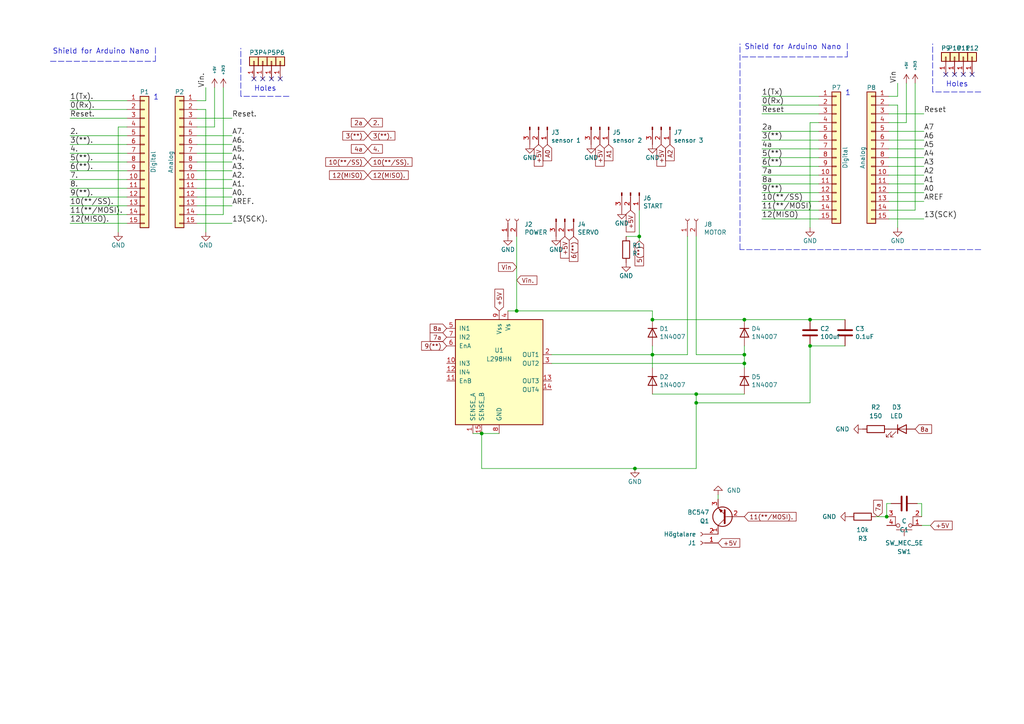
<source format=kicad_sch>
(kicad_sch (version 20211123) (generator eeschema)
  (paper "A4")
  (lib_symbols
    (symbol "Connector:Conn_01x02_Female" (pin_names (offset 1.016) hide)
      (property "Reference" "J" (at 0 2.54 0))
      (property "Value" "Conn_01x02_Female" (at 0 -5.08 0))
      (symbol "Conn_01x02_Female_1_1"
        (arc (start 0 -2.032) (mid -0.508 -2.54) (end 0 -3.048) (stroke (width 0.1524)))
        (polyline (pts (xy -1.27 -2.54) (xy -0.508 -2.54)) (stroke (width 0.1524)))
        (polyline (pts (xy -1.27 0) (xy -0.508 0)) (stroke (width 0.1524)))
        (arc (start 0 0.508) (mid -0.508 0) (end 0 -0.508) (stroke (width 0.1524)))
        (pin passive line (at -5.08 0 0) (length 3.81) (name "Pin_1") (number "1"))
        (pin passive line (at -5.08 -2.54 0) (length 3.81) (name "Pin_2") (number "2"))
      )
    )
    (symbol "Connector:Conn_01x03_Male" (pin_names (offset 1.016) hide)
      (property "Reference" "J" (at 0 5.08 0))
      (property "Value" "Conn_01x03_Male" (at 0 -5.08 0))
      (symbol "Conn_01x03_Male_1_1"
        (polyline (pts (xy 1.27 -2.54) (xy 0.8636 -2.54)) (stroke (width 0.1524)))
        (polyline (pts (xy 1.27 0) (xy 0.8636 0)) (stroke (width 0.1524)))
        (polyline (pts (xy 1.27 2.54) (xy 0.8636 2.54)) (stroke (width 0.1524)))
        (rectangle (start 0.8636 -2.413) (end 0 -2.667) (stroke (width 0.1524)) (fill (type outline)))
        (rectangle (start 0.8636 0.127) (end 0 -0.127) (stroke (width 0.1524)) (fill (type outline)))
        (rectangle (start 0.8636 2.667) (end 0 2.413) (stroke (width 0.1524)) (fill (type outline)))
        (pin passive line (at 5.08 2.54 180) (length 3.81) (name "Pin_1") (number "1"))
        (pin passive line (at 5.08 0 180) (length 3.81) (name "Pin_2") (number "2"))
        (pin passive line (at 5.08 -2.54 180) (length 3.81) (name "Pin_3") (number "3"))
      )
    )
    (symbol "Connector_Generic:Conn_01x01" (pin_names (offset 1.016) hide)
      (property "Reference" "J" (at 0 2.54 0))
      (property "Value" "Conn_01x01" (at 0 -2.54 0))
      (symbol "Conn_01x01_1_1"
        (rectangle (start -1.27 0.127) (end 0 -0.127) (stroke (width 0.1524)))
        (rectangle (start -1.27 1.27) (end 1.27 -1.27) (stroke (width 0.254)) (fill (type background)))
        (pin passive line (at -5.08 0 0) (length 3.81) (name "Pin_1") (number "1"))
      )
    )
    (symbol "Connector_Generic:Conn_01x15" (pin_names (offset 1.016) hide)
      (property "Reference" "J" (at 0 20.32 0))
      (property "Value" "Conn_01x15" (at 0 -20.32 0))
      (symbol "Conn_01x15_1_1"
        (rectangle (start -1.27 -17.653) (end 0 -17.907) (stroke (width 0.1524)))
        (rectangle (start -1.27 -15.113) (end 0 -15.367) (stroke (width 0.1524)))
        (rectangle (start -1.27 -12.573) (end 0 -12.827) (stroke (width 0.1524)))
        (rectangle (start -1.27 -10.033) (end 0 -10.287) (stroke (width 0.1524)))
        (rectangle (start -1.27 -7.493) (end 0 -7.747) (stroke (width 0.1524)))
        (rectangle (start -1.27 -4.953) (end 0 -5.207) (stroke (width 0.1524)))
        (rectangle (start -1.27 -2.413) (end 0 -2.667) (stroke (width 0.1524)))
        (rectangle (start -1.27 0.127) (end 0 -0.127) (stroke (width 0.1524)))
        (rectangle (start -1.27 2.667) (end 0 2.413) (stroke (width 0.1524)))
        (rectangle (start -1.27 5.207) (end 0 4.953) (stroke (width 0.1524)))
        (rectangle (start -1.27 7.747) (end 0 7.493) (stroke (width 0.1524)))
        (rectangle (start -1.27 10.287) (end 0 10.033) (stroke (width 0.1524)))
        (rectangle (start -1.27 12.827) (end 0 12.573) (stroke (width 0.1524)))
        (rectangle (start -1.27 15.367) (end 0 15.113) (stroke (width 0.1524)))
        (rectangle (start -1.27 17.907) (end 0 17.653) (stroke (width 0.1524)))
        (rectangle (start -1.27 19.05) (end 1.27 -19.05) (stroke (width 0.254)) (fill (type background)))
        (pin passive line (at -5.08 17.78 0) (length 3.81) (name "Pin_1") (number "1"))
        (pin passive line (at -5.08 -5.08 0) (length 3.81) (name "Pin_10") (number "10"))
        (pin passive line (at -5.08 -7.62 0) (length 3.81) (name "Pin_11") (number "11"))
        (pin passive line (at -5.08 -10.16 0) (length 3.81) (name "Pin_12") (number "12"))
        (pin passive line (at -5.08 -12.7 0) (length 3.81) (name "Pin_13") (number "13"))
        (pin passive line (at -5.08 -15.24 0) (length 3.81) (name "Pin_14") (number "14"))
        (pin passive line (at -5.08 -17.78 0) (length 3.81) (name "Pin_15") (number "15"))
        (pin passive line (at -5.08 15.24 0) (length 3.81) (name "Pin_2") (number "2"))
        (pin passive line (at -5.08 12.7 0) (length 3.81) (name "Pin_3") (number "3"))
        (pin passive line (at -5.08 10.16 0) (length 3.81) (name "Pin_4") (number "4"))
        (pin passive line (at -5.08 7.62 0) (length 3.81) (name "Pin_5") (number "5"))
        (pin passive line (at -5.08 5.08 0) (length 3.81) (name "Pin_6") (number "6"))
        (pin passive line (at -5.08 2.54 0) (length 3.81) (name "Pin_7") (number "7"))
        (pin passive line (at -5.08 0 0) (length 3.81) (name "Pin_8") (number "8"))
        (pin passive line (at -5.08 -2.54 0) (length 3.81) (name "Pin_9") (number "9"))
      )
    )
    (symbol "Device:C" (pin_numbers hide) (pin_names (offset 0.254))
      (property "Reference" "C" (at 0.635 2.54 0))
      (property "Value" "C" (at 0.635 -2.54 0))
      (symbol "C_0_1"
        (polyline (pts (xy -2.032 -0.762) (xy 2.032 -0.762)) (stroke (width 0.508)))
        (polyline (pts (xy -2.032 0.762) (xy 2.032 0.762)) (stroke (width 0.508)))
      )
      (symbol "C_1_1"
        (pin passive line (at 0 3.81 270) (length 2.794) (name "~") (number "1"))
        (pin passive line (at 0 -3.81 90) (length 2.794) (name "~") (number "2"))
      )
    )
    (symbol "Device:LED" (pin_numbers hide) (pin_names (offset 1.016) hide)
      (property "Reference" "D" (at 0 2.54 0))
      (property "Value" "LED" (at 0 -2.54 0))
      (symbol "LED_0_1"
        (polyline (pts (xy -1.27 -1.27) (xy -1.27 1.27)) (stroke (width 0.254)))
        (polyline (pts (xy -1.27 0) (xy 1.27 0)))
        (polyline (pts (xy 1.27 -1.27) (xy 1.27 1.27) (xy -1.27 0) (xy 1.27 -1.27)) (stroke (width 0.254)))
        (polyline (pts (xy -3.048 -0.762) (xy -4.572 -2.286) (xy -3.81 -2.286) (xy -4.572 -2.286) (xy -4.572 -1.524)))
        (polyline (pts (xy -1.778 -0.762) (xy -3.302 -2.286) (xy -2.54 -2.286) (xy -3.302 -2.286) (xy -3.302 -1.524)))
      )
      (symbol "LED_1_1"
        (pin passive line (at -3.81 0 0) (length 2.54) (name "K") (number "1"))
        (pin passive line (at 3.81 0 180) (length 2.54) (name "A") (number "2"))
      )
    )
    (symbol "Device:R" (pin_numbers hide) (pin_names (offset 0))
      (property "Reference" "R" (at 2.032 0 90))
      (property "Value" "R" (at 0 0 90))
      (symbol "R_0_1"
        (rectangle (start -1.016 -2.54) (end 1.016 2.54) (stroke (width 0.254)))
      )
      (symbol "R_1_1"
        (pin passive line (at 0 3.81 270) (length 1.27) (name "~") (number "1"))
        (pin passive line (at 0 -3.81 90) (length 1.27) (name "~") (number "2"))
      )
    )
    (symbol "Diode:1N4007" (pin_numbers hide) (pin_names (offset 1.016) hide)
      (property "Reference" "D" (at 0 2.54 0))
      (property "Value" "1N4007" (at 0 -2.54 0))
      (symbol "1N4007_0_1"
        (polyline (pts (xy -1.27 1.27) (xy -1.27 -1.27)) (stroke (width 0.254)))
        (polyline (pts (xy 1.27 0) (xy -1.27 0)))
        (polyline (pts (xy 1.27 1.27) (xy 1.27 -1.27) (xy -1.27 0) (xy 1.27 1.27)) (stroke (width 0.254)))
      )
      (symbol "1N4007_1_1"
        (pin passive line (at -3.81 0 0) (length 2.54) (name "K") (number "1"))
        (pin passive line (at 3.81 0 180) (length 2.54) (name "A") (number "2"))
      )
    )
    (symbol "Driver_Motor:L298HN" (pin_names (offset 1.016))
      (property "Reference" "U" (at -10.16 16.51 0))
      (property "Value" "L298HN" (at 12.7 16.51 0))
      (symbol "L298HN_0_1"
        (rectangle (start -12.7 15.24) (end 12.7 -15.24) (stroke (width 0.254)) (fill (type background)))
      )
      (symbol "L298HN_1_1"
        (pin power_in line (at -7.62 -17.78 90) (length 2.54) (name "SENSE_A") (number "1"))
        (pin input line (at -15.24 2.54 0) (length 2.54) (name "IN3") (number "10"))
        (pin input line (at -15.24 -2.54 0) (length 2.54) (name "EnB") (number "11"))
        (pin input line (at -15.24 0 0) (length 2.54) (name "IN4") (number "12"))
        (pin output line (at 15.24 -2.54 180) (length 2.54) (name "OUT3") (number "13"))
        (pin output line (at 15.24 -5.08 180) (length 2.54) (name "OUT4") (number "14"))
        (pin power_in line (at -5.08 -17.78 90) (length 2.54) (name "SENSE_B") (number "15"))
        (pin output line (at 15.24 5.08 180) (length 2.54) (name "OUT1") (number "2"))
        (pin output line (at 15.24 2.54 180) (length 2.54) (name "OUT2") (number "3"))
        (pin power_in line (at 2.54 17.78 270) (length 2.54) (name "Vs") (number "4"))
        (pin input line (at -15.24 12.7 0) (length 2.54) (name "IN1") (number "5"))
        (pin input line (at -15.24 7.62 0) (length 2.54) (name "EnA") (number "6"))
        (pin input line (at -15.24 10.16 0) (length 2.54) (name "IN2") (number "7"))
        (pin power_in line (at 0 -17.78 90) (length 2.54) (name "GND") (number "8"))
        (pin power_in line (at 0 17.78 270) (length 2.54) (name "Vss") (number "9"))
      )
    )
    (symbol "Switch:SW_MEC_5E" (pin_names (offset 1.016) hide)
      (property "Reference" "SW" (at 0.635 5.715 0))
      (property "Value" "SW_MEC_5E" (at 0 -3.175 0))
      (symbol "SW_MEC_5E_0_1"
        (circle (center -1.778 2.54) (radius 0.508))
        (polyline (pts (xy -2.286 3.81) (xy 2.286 3.81)))
        (polyline (pts (xy 0 3.81) (xy 0 5.588)))
        (polyline (pts (xy -2.54 0) (xy -2.54 2.54) (xy -2.286 2.54)))
        (polyline (pts (xy 2.54 0) (xy 2.54 2.54) (xy 2.286 2.54)))
        (circle (center 1.778 2.54) (radius 0.508))
        (pin passive line (at -5.08 2.54 0) (length 2.54) (name "1") (number "1"))
        (pin passive line (at -5.08 0 0) (length 2.54) (name "2") (number "2"))
        (pin passive line (at 5.08 0 180) (length 2.54) (name "K") (number "3"))
        (pin passive line (at 5.08 2.54 180) (length 2.54) (name "A") (number "4"))
      )
    )
    (symbol "Transistor_BJT:BC547" (pin_names (offset 0) hide)
      (property "Reference" "Q" (at 5.08 1.905 0))
      (property "Value" "BC547" (at 5.08 0 0))
      (symbol "BC547_0_1"
        (polyline (pts (xy 0 0) (xy 0.635 0)))
        (polyline (pts (xy 0.635 0.635) (xy 2.54 2.54)))
        (polyline (pts (xy 0.635 -0.635) (xy 2.54 -2.54) (xy 2.54 -2.54)))
        (polyline (pts (xy 0.635 1.905) (xy 0.635 -1.905) (xy 0.635 -1.905)) (stroke (width 0.508)))
        (polyline (pts (xy 1.27 -1.778) (xy 1.778 -1.27) (xy 2.286 -2.286) (xy 1.27 -1.778) (xy 1.27 -1.778)) (fill (type outline)))
        (circle (center 1.27 0) (radius 2.8194) (stroke (width 0.254)))
      )
      (symbol "BC547_1_1"
        (pin passive line (at 2.54 5.08 270) (length 2.54) (name "C") (number "1"))
        (pin input line (at -5.08 0 0) (length 5.08) (name "B") (number "2"))
        (pin passive line (at 2.54 -5.08 90) (length 2.54) (name "E") (number "3"))
      )
    )
    (symbol "power:+3V3" (power) (pin_names (offset 0))
      (property "Value" "+3V3" (at 0 3.556 0))
      (symbol "+3V3_0_1"
        (polyline (pts (xy -0.762 1.27) (xy 0 2.54)))
        (polyline (pts (xy 0 0) (xy 0 2.54)))
        (polyline (pts (xy 0 2.54) (xy 0.762 1.27)))
      )
      (symbol "+3V3_1_1"
        (pin power_in line (at 0 0 90) (length 0) hide (name "+3V3") (number "1"))
      )
    )
    (symbol "power:+5V" (power) (pin_names (offset 0))
      (property "Value" "+5V" (at 0 3.556 0))
      (symbol "+5V_0_1"
        (polyline (pts (xy -0.762 1.27) (xy 0 2.54)))
        (polyline (pts (xy 0 0) (xy 0 2.54)))
        (polyline (pts (xy 0 2.54) (xy 0.762 1.27)))
      )
      (symbol "+5V_1_1"
        (pin power_in line (at 0 0 90) (length 0) hide (name "+5V") (number "1"))
      )
    )
    (symbol "power:GND" (power) (pin_names (offset 0))
      (property "Value" "GND" (at 0 -3.81 0))
      (symbol "GND_0_1"
        (polyline (pts (xy 0 0) (xy 0 -1.27) (xy 1.27 -1.27) (xy 0 -2.54) (xy -1.27 -1.27) (xy 0 -1.27)))
      )
      (symbol "GND_1_1"
        (pin power_in line (at 0 0 270) (length 0) hide (name "GND") (number "1"))
      )
    )
  )
  (junction (at 215.9 102.87))
  (junction (at 215.9 92.71))
  (junction (at 149.86 90.17))
  (junction (at 184.15 135.89))
  (junction (at 257.175 149.86))
  (junction (at 201.93 114.3))
  (junction (at 139.7 125.73))
  (junction (at 189.23 92.71))
  (junction (at 234.95 100.33))
  (junction (at 234.95 92.71))
  (junction (at 215.9 105.41))
  (junction (at 189.23 102.87))
  (junction (at 185.42 68.58))
  (junction (at 201.93 116.84))
  (no_connect (at 73.66 22.86))
  (no_connect (at 281.94 21.59))
  (no_connect (at 279.4 21.59))
  (no_connect (at 76.2 22.86))
  (no_connect (at 81.28 22.86))
  (no_connect (at 78.74 22.86))
  (no_connect (at 276.86 21.59))
  (no_connect (at 274.32 21.59))
  (wire (pts (xy 215.9 92.71) (xy 234.95 92.71)))
  (wire (pts (xy 57.15 29.21) (xy 59.69 29.21)))
  (wire (pts (xy 201.93 116.84) (xy 201.93 135.89)))
  (wire (pts (xy 36.83 62.23) (xy 20.32 62.23)))
  (wire (pts (xy 265.43 24.13) (xy 265.43 60.96)))
  (wire (pts (xy 237.49 60.96) (xy 220.98 60.96)))
  (wire (pts (xy 20.32 31.75) (xy 36.83 31.75)))
  (wire (pts (xy 245.11 100.33) (xy 234.95 100.33)))
  (polyline (pts (xy 83.82 27.94) (xy 69.85 27.94)))
  (wire (pts (xy 257.81 53.34) (xy 267.97 53.34)))
  (wire (pts (xy 237.49 55.88) (xy 220.98 55.88)))
  (wire (pts (xy 59.69 29.21) (xy 59.69 25.4)))
  (wire (pts (xy 34.29 36.83) (xy 34.29 67.31)))
  (wire (pts (xy 189.23 90.17) (xy 189.23 92.71)))
  (wire (pts (xy 237.49 45.72) (xy 220.98 45.72)))
  (wire (pts (xy 137.16 125.73) (xy 139.7 125.73)))
  (wire (pts (xy 234.95 116.84) (xy 201.93 116.84)))
  (polyline (pts (xy 270.51 26.67) (xy 270.51 12.7)))
  (wire (pts (xy 208.28 143.51) (xy 208.28 144.78)))
  (wire (pts (xy 257.81 27.94) (xy 260.35 27.94)))
  (wire (pts (xy 185.42 68.58) (xy 185.42 69.85)))
  (wire (pts (xy 201.93 116.84) (xy 201.93 114.3)))
  (wire (pts (xy 267.97 40.64) (xy 257.81 40.64)))
  (wire (pts (xy 215.9 105.41) (xy 215.9 106.68)))
  (wire (pts (xy 237.49 40.64) (xy 220.98 40.64)))
  (wire (pts (xy 220.98 58.42) (xy 237.49 58.42)))
  (polyline (pts (xy 245.745 16.51) (xy 245.745 12.065)))
  (wire (pts (xy 260.35 66.04) (xy 260.35 30.48)))
  (wire (pts (xy 36.83 34.29) (xy 20.32 34.29)))
  (wire (pts (xy 67.31 34.29) (xy 57.15 34.29)))
  (wire (pts (xy 237.49 27.94) (xy 220.98 27.94)))
  (wire (pts (xy 160.02 105.41) (xy 215.9 105.41)))
  (wire (pts (xy 160.02 102.87) (xy 189.23 102.87)))
  (wire (pts (xy 189.23 102.87) (xy 199.39 102.87)))
  (wire (pts (xy 20.32 64.77) (xy 36.83 64.77)))
  (wire (pts (xy 36.83 29.21) (xy 20.32 29.21)))
  (wire (pts (xy 201.93 68.58) (xy 201.93 102.87)))
  (wire (pts (xy 237.49 33.02) (xy 220.98 33.02)))
  (wire (pts (xy 257.81 45.72) (xy 267.97 45.72)))
  (wire (pts (xy 260.35 27.94) (xy 260.35 24.13)))
  (wire (pts (xy 59.69 31.75) (xy 57.15 31.75)))
  (wire (pts (xy 36.83 57.15) (xy 20.32 57.15)))
  (wire (pts (xy 234.95 92.71) (xy 245.11 92.71)))
  (wire (pts (xy 220.98 63.5) (xy 237.49 63.5)))
  (wire (pts (xy 189.23 114.3) (xy 201.93 114.3)))
  (wire (pts (xy 267.97 50.8) (xy 257.81 50.8)))
  (wire (pts (xy 139.7 125.73) (xy 144.78 125.73)))
  (wire (pts (xy 199.39 68.58) (xy 199.39 102.87)))
  (wire (pts (xy 258.445 146.05) (xy 257.175 146.05)))
  (wire (pts (xy 67.31 59.69) (xy 57.15 59.69)))
  (wire (pts (xy 20.32 39.37) (xy 36.83 39.37)))
  (wire (pts (xy 64.77 25.4) (xy 64.77 62.23)))
  (polyline (pts (xy 14.605 17.78) (xy 45.085 17.78)))
  (wire (pts (xy 20.32 49.53) (xy 36.83 49.53)))
  (wire (pts (xy 139.7 135.89) (xy 184.15 135.89)))
  (wire (pts (xy 254 149.86) (xy 257.175 149.86)))
  (wire (pts (xy 36.83 36.83) (xy 34.29 36.83)))
  (wire (pts (xy 147.32 90.17) (xy 149.86 90.17)))
  (wire (pts (xy 267.97 48.26) (xy 257.81 48.26)))
  (wire (pts (xy 62.23 25.4) (xy 62.23 36.83)))
  (wire (pts (xy 36.83 41.91) (xy 20.32 41.91)))
  (wire (pts (xy 266.065 146.05) (xy 267.335 146.05)))
  (wire (pts (xy 260.35 30.48) (xy 257.81 30.48)))
  (wire (pts (xy 220.98 30.48) (xy 237.49 30.48)))
  (wire (pts (xy 189.23 100.33) (xy 189.23 102.87)))
  (wire (pts (xy 267.97 55.88) (xy 257.81 55.88)))
  (wire (pts (xy 185.42 60.96) (xy 185.42 68.58)))
  (wire (pts (xy 149.86 68.58) (xy 149.86 90.17)))
  (polyline (pts (xy 69.85 27.94) (xy 69.85 13.97)))
  (wire (pts (xy 36.83 46.99) (xy 20.32 46.99)))
  (wire (pts (xy 215.9 92.71) (xy 189.23 92.71)))
  (wire (pts (xy 67.31 49.53) (xy 57.15 49.53)))
  (wire (pts (xy 262.89 35.56) (xy 257.81 35.56)))
  (polyline (pts (xy 284.48 72.39) (xy 214.63 72.39)))
  (wire (pts (xy 257.175 146.05) (xy 257.175 149.86)))
  (wire (pts (xy 267.97 58.42) (xy 257.81 58.42)))
  (wire (pts (xy 267.335 149.86) (xy 267.335 146.05)))
  (wire (pts (xy 57.15 39.37) (xy 67.31 39.37)))
  (wire (pts (xy 139.7 135.89) (xy 139.7 125.73)))
  (wire (pts (xy 67.31 44.45) (xy 57.15 44.45)))
  (wire (pts (xy 59.69 67.31) (xy 59.69 31.75)))
  (wire (pts (xy 234.95 35.56) (xy 234.95 66.04)))
  (polyline (pts (xy 215.265 16.51) (xy 245.745 16.51)))
  (wire (pts (xy 265.43 60.96) (xy 257.81 60.96)))
  (wire (pts (xy 149.86 90.17) (xy 189.23 90.17)))
  (polyline (pts (xy 214.63 72.39) (xy 214.63 12.7)))
  (wire (pts (xy 220.98 43.18) (xy 237.49 43.18)))
  (wire (pts (xy 57.15 46.99) (xy 67.31 46.99)))
  (wire (pts (xy 20.32 54.61) (xy 36.83 54.61)))
  (wire (pts (xy 67.31 57.15) (xy 57.15 57.15)))
  (wire (pts (xy 215.9 102.87) (xy 201.93 102.87)))
  (wire (pts (xy 215.9 102.87) (xy 215.9 105.41)))
  (wire (pts (xy 267.335 152.4) (xy 269.875 152.4)))
  (wire (pts (xy 57.15 64.77) (xy 67.31 64.77)))
  (wire (pts (xy 36.83 52.07) (xy 20.32 52.07)))
  (wire (pts (xy 237.49 35.56) (xy 234.95 35.56)))
  (wire (pts (xy 201.93 135.89) (xy 184.15 135.89)))
  (wire (pts (xy 220.98 53.34) (xy 237.49 53.34)))
  (wire (pts (xy 267.97 43.18) (xy 257.81 43.18)))
  (wire (pts (xy 215.9 100.33) (xy 215.9 102.87)))
  (polyline (pts (xy 284.48 26.67) (xy 270.51 26.67)))
  (wire (pts (xy 20.32 44.45) (xy 36.83 44.45)))
  (wire (pts (xy 64.77 62.23) (xy 57.15 62.23)))
  (wire (pts (xy 67.31 41.91) (xy 57.15 41.91)))
  (wire (pts (xy 57.15 54.61) (xy 67.31 54.61)))
  (wire (pts (xy 262.89 24.13) (xy 262.89 35.56)))
  (wire (pts (xy 181.61 68.58) (xy 185.42 68.58)))
  (wire (pts (xy 189.23 106.68) (xy 189.23 102.87)))
  (wire (pts (xy 257.81 63.5) (xy 267.97 63.5)))
  (polyline (pts (xy 45.085 17.78) (xy 45.085 13.335)))
  (wire (pts (xy 267.97 33.02) (xy 257.81 33.02)))
  (wire (pts (xy 62.23 36.83) (xy 57.15 36.83)))
  (wire (pts (xy 220.98 48.26) (xy 237.49 48.26)))
  (wire (pts (xy 20.32 59.69) (xy 36.83 59.69)))
  (wire (pts (xy 201.93 114.3) (xy 215.9 114.3)))
  (wire (pts (xy 257.81 38.1) (xy 267.97 38.1)))
  (wire (pts (xy 234.95 100.33) (xy 234.95 116.84)))
  (wire (pts (xy 67.31 52.07) (xy 57.15 52.07)))
  (wire (pts (xy 237.49 50.8) (xy 220.98 50.8)))
  (wire (pts (xy 220.98 38.1) (xy 237.49 38.1)))
  (text "Holes" (at 73.66 26.67 0) (effects (font (size 1.524 1.524)) (justify left bottom)))
  (text "Shield for Arduino Nano" (at 215.9 14.605 0) (effects (font (size 1.524 1.524)) (justify left bottom)))
  (text "1" (at 44.45 29.21 0) (effects (font (size 1.524 1.524)) (justify left bottom)))
  (text "Shield for Arduino Nano" (at 15.24 15.875 0) (effects (font (size 1.524 1.524)) (justify left bottom)))
  (text "1" (at 245.11 27.94 0) (effects (font (size 1.524 1.524)) (justify left bottom)))
  (text "Holes" (at 274.32 25.4 0) (effects (font (size 1.524 1.524)) (justify left bottom)))
  (label "A7." (at 67.31 39.37 0) (effects (font (size 1.524 1.524))))
  (label "0(Rx)." (at 20.32 31.75 0) (effects (font (size 1.524 1.524))))
  (label "7." (at 20.32 52.07 0) (effects (font (size 1.524 1.524))))
  (label "Reset." (at 20.32 34.29 0) (effects (font (size 1.524 1.524))))
  (label "13(SCK)" (at 267.97 63.5 0) (effects (font (size 1.524 1.524))))
  (label "A7" (at 267.97 38.1 0) (effects (font (size 1.524 1.524))))
  (label "13(SCK)." (at 67.31 64.77 0) (effects (font (size 1.524 1.524))))
  (label "AREF" (at 267.97 58.42 0) (effects (font (size 1.524 1.524))))
  (label "A4" (at 267.97 45.72 0) (effects (font (size 1.524 1.524))))
  (label "Vin" (at 260.35 24.13 90) (effects (font (size 1.524 1.524))))
  (label "A3." (at 67.31 49.53 0) (effects (font (size 1.524 1.524))))
  (label "1(Tx)" (at 220.98 27.94 0) (effects (font (size 1.524 1.524))))
  (label "6(**)." (at 20.32 49.53 0) (effects (font (size 1.524 1.524))))
  (label "12(MISO)." (at 20.32 64.77 0) (effects (font (size 1.524 1.524))))
  (label "2a" (at 220.98 38.1 0) (effects (font (size 1.524 1.524))))
  (label "3(**)" (at 220.98 40.64 0) (effects (font (size 1.524 1.524))))
  (label "7a" (at 220.98 50.8 0) (effects (font (size 1.524 1.524))))
  (label "10(**/SS)" (at 220.98 58.42 0) (effects (font (size 1.524 1.524))))
  (label "A5" (at 267.97 43.18 0) (effects (font (size 1.524 1.524))))
  (label "6(**)" (at 220.98 48.26 0) (effects (font (size 1.524 1.524))))
  (label "2." (at 20.32 39.37 0) (effects (font (size 1.524 1.524))))
  (label "A6" (at 267.97 40.64 0) (effects (font (size 1.524 1.524))))
  (label "Reset" (at 220.98 33.02 0) (effects (font (size 1.524 1.524))))
  (label "A0." (at 67.31 57.15 0) (effects (font (size 1.524 1.524))))
  (label "A5." (at 67.31 44.45 0) (effects (font (size 1.524 1.524))))
  (label "Reset" (at 267.97 33.02 0) (effects (font (size 1.524 1.524))))
  (label "A4." (at 67.31 46.99 0) (effects (font (size 1.524 1.524))))
  (label "A0" (at 267.97 55.88 0) (effects (font (size 1.524 1.524))))
  (label "A2." (at 67.31 52.07 0) (effects (font (size 1.524 1.524))))
  (label "12(MISO)" (at 220.98 63.5 0) (effects (font (size 1.524 1.524))))
  (label "8a" (at 220.98 53.34 0) (effects (font (size 1.524 1.524))))
  (label "4a" (at 220.98 43.18 0) (effects (font (size 1.524 1.524))))
  (label "9(**)." (at 20.32 57.15 0) (effects (font (size 1.524 1.524))))
  (label "10(**{slash}SS)." (at 20.32 59.69 0) (effects (font (size 1.524 1.524))))
  (label "8." (at 20.32 54.61 0) (effects (font (size 1.524 1.524))))
  (label "5(**)" (at 220.98 45.72 0) (effects (font (size 1.524 1.524))))
  (label "A1" (at 267.97 53.34 0) (effects (font (size 1.524 1.524))))
  (label "3(**)." (at 20.32 41.91 0) (effects (font (size 1.524 1.524))))
  (label "A3" (at 267.97 48.26 0) (effects (font (size 1.524 1.524))))
  (label "0(Rx)" (at 220.98 30.48 0) (effects (font (size 1.524 1.524))))
  (label "11(**/MOSI)" (at 220.98 60.96 0) (effects (font (size 1.524 1.524))))
  (label "A6." (at 67.31 41.91 0) (effects (font (size 1.524 1.524))))
  (label "Vin." (at 59.69 25.4 90) (effects (font (size 1.524 1.524))))
  (label "AREF." (at 67.31 59.69 0) (effects (font (size 1.524 1.524))))
  (label "4." (at 20.32 44.45 0) (effects (font (size 1.524 1.524))))
  (label "5(**)." (at 20.32 46.99 0) (effects (font (size 1.524 1.524))))
  (label "11(**{slash}MOSI)." (at 20.32 62.23 0) (effects (font (size 1.524 1.524))))
  (label "Reset." (at 67.31 34.29 0) (effects (font (size 1.524 1.524))))
  (label "1(Tx)." (at 20.32 29.21 0) (effects (font (size 1.524 1.524))))
  (label "A2" (at 267.97 50.8 0) (effects (font (size 1.524 1.524))))
  (label "9(**)" (at 220.98 55.88 0) (effects (font (size 1.524 1.524))))
  (label "A1." (at 67.31 54.61 0) (effects (font (size 1.524 1.524))))
  (global_label "2." (shape input) (at 106.68 35.56 0) (property "Intersheet References" "${INTERSHEET_REFS}" (effects hide)))
  (global_label "4." (shape input) (at 106.68 43.18 0) (property "Intersheet References" "${INTERSHEET_REFS}" (effects hide)))
  (global_label "12(MISO)" (shape input) (at 106.68 50.8 180) (property "Intersheet References" "${INTERSHEET_REFS}" (effects hide)))
  (global_label "+5V" (shape input) (at 208.28 157.48 0) (property "Intersheet References" "${INTERSHEET_REFS}" (effects hide)))
  (global_label "5(**)" (shape input) (at 185.42 69.85 270) (property "Intersheet References" "${INTERSHEET_REFS}" (effects hide)))
  (global_label "11(**{slash}MOSI)." (shape input) (at 215.9 149.86 0) (property "Intersheet References" "${INTERSHEET_REFS}" (effects hide)))
  (global_label "A2" (shape input) (at 194.31 41.91 270) (property "Intersheet References" "${INTERSHEET_REFS}" (effects hide)))
  (global_label "+5V" (shape input) (at 269.875 152.4 0) (property "Intersheet References" "${INTERSHEET_REFS}" (effects hide)))
  (global_label "A1" (shape input) (at 176.53 41.91 270) (property "Intersheet References" "${INTERSHEET_REFS}" (effects hide)))
  (global_label "4a" (shape input) (at 106.68 43.18 180) (property "Intersheet References" "${INTERSHEET_REFS}" (effects hide)))
  (global_label "2a" (shape input) (at 106.68 35.56 180) (property "Intersheet References" "${INTERSHEET_REFS}" (effects hide)))
  (global_label "9(**)" (shape input) (at 129.54 100.33 180) (property "Intersheet References" "${INTERSHEET_REFS}" (effects hide)))
  (global_label "+5V" (shape input) (at 182.88 60.96 270) (property "Intersheet References" "${INTERSHEET_REFS}" (effects hide)))
  (global_label "+5V" (shape input) (at 144.78 90.17 90) (property "Intersheet References" "${INTERSHEET_REFS}" (effects hide)))
  (global_label "3(**)." (shape input) (at 106.68 39.37 0) (property "Intersheet References" "${INTERSHEET_REFS}" (effects hide)))
  (global_label "8a" (shape input) (at 265.43 124.46 0) (property "Intersheet References" "${INTERSHEET_REFS}" (effects hide)))
  (global_label "+5V" (shape input) (at 163.83 68.58 270) (property "Intersheet References" "${INTERSHEET_REFS}" (effects hide)))
  (global_label "10(**{slash}SS)." (shape input) (at 106.68 46.99 0) (property "Intersheet References" "${INTERSHEET_REFS}" (effects hide)))
  (global_label "12(MISO)." (shape input) (at 106.68 50.8 0) (property "Intersheet References" "${INTERSHEET_REFS}" (effects hide)))
  (global_label "3(**)" (shape input) (at 106.68 39.37 180) (property "Intersheet References" "${INTERSHEET_REFS}" (effects hide)))
  (global_label "Vin" (shape input) (at 149.86 77.47 180) (property "Intersheet References" "${INTERSHEET_REFS}" (effects hide)))
  (global_label "7a" (shape input) (at 129.54 97.79 180) (property "Intersheet References" "${INTERSHEET_REFS}" (effects hide)))
  (global_label "Vin." (shape input) (at 149.86 81.28 0) (property "Intersheet References" "${INTERSHEET_REFS}" (effects hide)))
  (global_label "8a" (shape input) (at 129.54 95.25 180) (property "Intersheet References" "${INTERSHEET_REFS}" (effects hide)))
  (global_label "A0" (shape input) (at 158.75 41.91 270) (property "Intersheet References" "${INTERSHEET_REFS}" (effects hide)))
  (global_label "6(**)" (shape input) (at 166.37 68.58 270) (property "Intersheet References" "${INTERSHEET_REFS}" (effects hide)))
  (global_label "10(**{slash}SS)" (shape input) (at 106.68 46.99 180) (property "Intersheet References" "${INTERSHEET_REFS}" (effects hide)))
  (global_label "+5V" (shape input) (at 173.99 41.91 270) (property "Intersheet References" "${INTERSHEET_REFS}" (effects hide)))
  (global_label "+5V" (shape input) (at 156.21 41.91 270) (property "Intersheet References" "${INTERSHEET_REFS}" (effects hide)))
  (global_label "+5V" (shape input) (at 191.77 41.91 270) (property "Intersheet References" "${INTERSHEET_REFS}" (effects hide)))
  (global_label "7a" (shape input) (at 254.635 149.86 90) (property "Intersheet References" "${INTERSHEET_REFS}" (effects hide)))
  (symbol (lib_id "Connector:Conn_01x03_Male") (at 156.21 36.83 270) (unit 1)
    (property "Reference" "J3" (at 159.8676 38.4048 90) (effects (justify left)))
    (property "Value" "sensor 1" (at 159.8676 40.7162 90) (effects (justify left)))
    (property "Footprint" "Connector_JST:JST_XH_B3B-XH-A_1x03_P2.50mm_Vertical" (effects hide))
  )
  (symbol (lib_id "Connector_Generic:Conn_01x01") (at 81.28 17.78 90) (unit 1)
    (property "Reference" "P6" (at 81.28 15.24 90))
    (property "Value" "CONN_01X01" (effects hide))
    (property "Footprint" "Socket_Arduino_Nano:1pin_Nano" (effects hide))
  )
  (symbol (lib_id "power:+3V3") (at 265.43 24.13 0) (unit 1)
    (property "Reference" "#PWR016" (effects hide))
    (property "Value" "+3.3V" (at 265.43 19.05 90) (effects (font (size 0.7112 0.7112))))
  )
  (symbol (lib_id "power:GND") (at 189.23 41.91 0) (unit 1)
    (property "Reference" "#PWR012" (effects hide))
    (property "Value" "GND" (at 189.23 45.72 0))
  )
  (symbol (lib_id "Connector_Generic:Conn_01x15") (at 41.91 46.99 0) (unit 1)
    (property "Reference" "P1" (at 41.91 26.67 0))
    (property "Value" "Digital" (at 44.45 46.99 90))
    (property "Footprint" "Socket_Arduino_Nano:Socket_Strip_Arduino_1x15" (effects hide))
  )
  (symbol (lib_id "Connector:Conn_01x02_Female") (at 199.39 63.5 90) (unit 1)
    (property "Reference" "J8" (at 204.1652 65.0748 90) (effects (justify right)))
    (property "Value" "MOTOR" (at 204.1652 67.3862 90) (effects (justify right)))
    (property "Footprint" "Connector_Wago:Wago_734-132_1x02_P3.50mm_Vertical" (effects hide))
  )
  (symbol (lib_id "Transistor_BJT:BC547") (at 210.82 149.86 180) (unit 1)
    (property "Reference" "Q1" (at 205.74 151.1301 0) (effects (justify left)))
    (property "Value" "BC547" (at 205.74 148.5901 0) (effects (justify left)))
    (property "Footprint" "Package_TO_SOT_THT:TO-92_Inline" (effects hide))
    (property "Datasheet" "https://www.onsemi.com/pub/Collateral/BC550-D.pdf" (effects hide))
  )
  (symbol (lib_id "Device:R") (at 181.61 72.39 0) (unit 1)
    (property "Reference" "R1" (at 183.388 71.2216 0) (effects (justify left)))
    (property "Value" "R" (at 183.388 73.533 0) (effects (justify left)))
    (property "Footprint" "Resistor_THT:R_Axial_DIN0207_L6.3mm_D2.5mm_P10.16mm_Horizontal" (effects hide))
  )
  (symbol (lib_id "Connector:Conn_01x03_Male") (at 191.77 36.83 270) (unit 1)
    (property "Reference" "J7" (at 195.4276 38.4048 90) (effects (justify left)))
    (property "Value" "sensor 3" (at 195.4276 40.7162 90) (effects (justify left)))
    (property "Footprint" "Connector_JST:JST_XH_B3B-XH-A_1x03_P2.50mm_Vertical" (effects hide))
  )
  (symbol (lib_id "power:GND") (at 246.38 149.86 270) (unit 1)
    (property "Reference" "#PWR0101" (effects hide))
    (property "Value" "GND" (at 242.57 149.8599 90) (effects (justify right)))
  )
  (symbol (lib_id "Connector_Generic:Conn_01x01") (at 281.94 16.51 90) (unit 1)
    (property "Reference" "P12" (at 281.94 13.97 90))
    (property "Value" "CONN_01X01" (effects hide))
    (property "Footprint" "Socket_Arduino_Nano:1pin_Nano" (effects hide))
  )
  (symbol (lib_id "power:GND") (at 59.69 67.31 0) (unit 1)
    (property "Reference" "#PWR02" (effects hide))
    (property "Value" "GND" (at 59.69 71.12 0))
  )
  (symbol (lib_id "power:GND") (at 161.29 68.58 0) (unit 1)
    (property "Reference" "#PWR07" (effects hide))
    (property "Value" "GND" (at 161.29 72.39 0))
  )
  (symbol (lib_id "Connector_Generic:Conn_01x15") (at 252.73 45.72 0) (mirror y) (unit 1)
    (property "Reference" "P8" (at 252.73 25.4 0))
    (property "Value" "Analog" (at 250.19 45.72 90))
    (property "Footprint" "Socket_Arduino_Nano:Socket_Strip_Arduino_1x15" (effects hide))
  )
  (symbol (lib_id "power:GND") (at 250.19 124.46 270) (unit 1)
    (property "Reference" "#PWR0102" (effects hide))
    (property "Value" "GND" (at 246.38 124.4599 90) (effects (justify right)))
  )
  (symbol (lib_id "Connector_Generic:Conn_01x01") (at 274.32 16.51 90) (unit 1)
    (property "Reference" "P9" (at 274.32 13.97 90))
    (property "Value" "CONN_01X01" (effects hide))
    (property "Footprint" "Socket_Arduino_Nano:1pin_Nano" (effects hide))
  )
  (symbol (lib_id "power:GND") (at 234.95 66.04 0) (unit 1)
    (property "Reference" "#PWR013" (effects hide))
    (property "Value" "GND" (at 234.95 69.85 0))
  )
  (symbol (lib_id "Device:C") (at 234.95 96.52 0) (unit 1)
    (property "Reference" "C2" (at 237.871 95.3516 0) (effects (justify left)))
    (property "Value" "100uf" (at 237.871 97.663 0) (effects (justify left)))
    (property "Footprint" "Capacitor_THT:CP_Radial_D6.3mm_P2.50mm" (effects hide))
  )
  (symbol (lib_id "Diode:1N4007") (at 189.23 96.52 270) (unit 1)
    (property "Reference" "D1" (at 191.262 95.3516 90) (effects (justify left)))
    (property "Value" "1N4007" (at 191.262 97.663 90) (effects (justify left)))
    (property "Footprint" "Diode_THT:D_DO-41_SOD81_P10.16mm_Horizontal" (effects hide))
    (property "Datasheet" "http://www.vishay.com/docs/88503/1n4001.pdf" (effects hide))
  )
  (symbol (lib_id "Device:R") (at 250.19 149.86 90) (unit 1)
    (property "Reference" "R3" (at 250.19 156.21 90))
    (property "Value" "10k" (at 250.19 153.67 90))
    (property "Footprint" "Resistor_THT:R_Axial_DIN0207_L6.3mm_D2.5mm_P10.16mm_Horizontal" (effects hide))
  )
  (symbol (lib_id "power:+3V3") (at 64.77 25.4 0) (unit 1)
    (property "Reference" "#PWR04" (effects hide))
    (property "Value" "+3.3V" (at 64.77 20.32 90) (effects (font (size 0.7112 0.7112))))
  )
  (symbol (lib_id "Driver_Motor:L298HN") (at 144.78 107.95 0) (unit 1)
    (property "Reference" "U1" (at 144.78 101.6 0))
    (property "Value" "L298HN" (at 144.78 104.14 0))
    (property "Footprint" "Package_TO_SOT_THT:TO-220-15_P2.54x2.54mm_StaggerOdd_Lead4.58mm_Vertical" (effects hide))
    (property "Datasheet" "http://www.st.com/st-web-ui/static/active/en/resource/technical/document/datasheet/CD00000240.pdf" (effects hide))
  )
  (symbol (lib_id "Connector_Generic:Conn_01x01") (at 73.66 17.78 90) (unit 1)
    (property "Reference" "P3" (at 73.66 15.24 90))
    (property "Value" "CONN_01X01" (effects hide))
    (property "Footprint" "Socket_Arduino_Nano:1pin_Nano" (effects hide))
  )
  (symbol (lib_id "Device:C") (at 262.255 146.05 90) (unit 1)
    (property "Reference" "C1" (at 262.255 153.67 90))
    (property "Value" "C" (at 262.255 151.13 90))
    (property "Footprint" "Capacitor_THT:CP_Radial_D6.3mm_P2.50mm" (effects hide))
  )
  (symbol (lib_id "Connector_Generic:Conn_01x01") (at 276.86 16.51 90) (unit 1)
    (property "Reference" "P10" (at 276.86 13.97 90))
    (property "Value" "CONN_01X01" (effects hide))
    (property "Footprint" "Socket_Arduino_Nano:1pin_Nano" (effects hide))
  )
  (symbol (lib_id "power:GND") (at 153.67 41.91 0) (unit 1)
    (property "Reference" "#PWR06" (effects hide))
    (property "Value" "GND" (at 153.67 45.72 0))
  )
  (symbol (lib_id "power:+5V") (at 262.89 24.13 0) (unit 1)
    (property "Reference" "#PWR015" (effects hide))
    (property "Value" "+5V" (at 262.89 19.05 90) (effects (font (size 0.7112 0.7112))))
  )
  (symbol (lib_id "Connector:Conn_01x02_Female") (at 147.32 63.5 90) (unit 1)
    (property "Reference" "J2" (at 152.0952 65.0748 90) (effects (justify right)))
    (property "Value" "POWER" (at 152.0952 67.3862 90) (effects (justify right)))
    (property "Footprint" "Connector_Wago:Wago_734-132_1x02_P3.50mm_Vertical" (effects hide))
  )
  (symbol (lib_id "power:GND") (at 260.35 66.04 0) (unit 1)
    (property "Reference" "#PWR014" (effects hide))
    (property "Value" "GND" (at 260.35 69.85 0))
  )
  (symbol (lib_id "Diode:1N4007") (at 189.23 110.49 270) (unit 1)
    (property "Reference" "D2" (at 191.262 109.3216 90) (effects (justify left)))
    (property "Value" "1N4007" (at 191.262 111.633 90) (effects (justify left)))
    (property "Footprint" "Diode_THT:D_DO-41_SOD81_P10.16mm_Horizontal" (effects hide))
    (property "Datasheet" "http://www.vishay.com/docs/88503/1n4001.pdf" (effects hide))
  )
  (symbol (lib_id "Device:C") (at 245.11 96.52 0) (unit 1)
    (property "Reference" "C3" (at 248.031 95.3516 0) (effects (justify left)))
    (property "Value" "0.1uF" (at 248.031 97.663 0) (effects (justify left)))
    (property "Footprint" "Capacitor_THT:CP_Radial_D6.3mm_P2.50mm" (effects hide))
  )
  (symbol (lib_id "Connector:Conn_01x03_Male") (at 182.88 55.88 270) (unit 1)
    (property "Reference" "J6" (at 186.5376 57.4548 90) (effects (justify left)))
    (property "Value" "START" (at 186.5376 59.7662 90) (effects (justify left)))
    (property "Footprint" "Connector_JST:JST_XH_B3B-XH-A_1x03_P2.50mm_Vertical" (effects hide))
  )
  (symbol (lib_id "Connector_Generic:Conn_01x01") (at 76.2 17.78 90) (unit 1)
    (property "Reference" "P4" (at 76.2 15.24 90))
    (property "Value" "CONN_01X01" (effects hide))
    (property "Footprint" "Socket_Arduino_Nano:1pin_Nano" (effects hide))
  )
  (symbol (lib_id "power:GND") (at 34.29 67.31 0) (unit 1)
    (property "Reference" "#PWR01" (effects hide))
    (property "Value" "GND" (at 34.29 71.12 0))
  )
  (symbol (lib_id "power:GND") (at 184.15 135.89 0) (unit 1)
    (property "Reference" "#PWR011" (effects hide))
    (property "Value" "GND" (at 184.15 139.7 0))
  )
  (symbol (lib_id "power:GND") (at 208.28 143.51 180) (unit 1)
    (property "Reference" "#PWR0103" (effects hide))
    (property "Value" "GND" (at 210.82 142.2399 0) (effects (justify right)))
  )
  (symbol (lib_id "power:GND") (at 181.61 76.2 0) (unit 1)
    (property "Reference" "#PWR09" (effects hide))
    (property "Value" "GND" (at 181.61 80.01 0))
  )
  (symbol (lib_id "Diode:1N4007") (at 215.9 110.49 270) (unit 1)
    (property "Reference" "D5" (at 217.932 109.3216 90) (effects (justify left)))
    (property "Value" "1N4007" (at 217.932 111.633 90) (effects (justify left)))
    (property "Footprint" "Diode_THT:D_DO-41_SOD81_P10.16mm_Horizontal" (effects hide))
    (property "Datasheet" "http://www.vishay.com/docs/88503/1n4001.pdf" (effects hide))
  )
  (symbol (lib_id "Connector_Generic:Conn_01x15") (at 52.07 46.99 0) (mirror y) (unit 1)
    (property "Reference" "P2" (at 52.07 26.67 0))
    (property "Value" "Analog" (at 49.53 46.99 90))
    (property "Footprint" "Socket_Arduino_Nano:Socket_Strip_Arduino_1x15" (effects hide))
  )
  (symbol (lib_id "Device:R") (at 254 124.46 90) (unit 1)
    (property "Reference" "R2" (at 254 118.11 90))
    (property "Value" "150" (at 254 120.65 90))
    (property "Footprint" "Resistor_THT:R_Axial_DIN0207_L6.3mm_D2.5mm_P10.16mm_Horizontal" (effects hide))
  )
  (symbol (lib_id "Connector_Generic:Conn_01x01") (at 279.4 16.51 90) (unit 1)
    (property "Reference" "P11" (at 279.4 13.97 90))
    (property "Value" "CONN_01X01" (effects hide))
    (property "Footprint" "Socket_Arduino_Nano:1pin_Nano" (effects hide))
  )
  (symbol (lib_id "Connector_Generic:Conn_01x15") (at 242.57 45.72 0) (unit 1)
    (property "Reference" "P7" (at 242.57 25.4 0))
    (property "Value" "Digital" (at 245.11 45.72 90))
    (property "Footprint" "Socket_Arduino_Nano:Socket_Strip_Arduino_1x15" (effects hide))
  )
  (symbol (lib_id "power:GND") (at 180.34 60.96 0) (unit 1)
    (property "Reference" "#PWR010" (effects hide))
    (property "Value" "GND" (at 180.34 64.77 0))
  )
  (symbol (lib_id "Device:LED") (at 261.62 124.46 0) (unit 1)
    (property "Reference" "D3" (at 260.0325 118.11 0))
    (property "Value" "LED" (at 260.0325 120.65 0))
    (property "Footprint" "LED_THT:LED_D5.0mm" (effects hide))
  )
  (symbol (lib_id "Connector_Generic:Conn_01x01") (at 78.74 17.78 90) (unit 1)
    (property "Reference" "P5" (at 78.74 15.24 90))
    (property "Value" "CONN_01X01" (effects hide))
    (property "Footprint" "Socket_Arduino_Nano:1pin_Nano" (effects hide))
  )
  (symbol (lib_id "Switch:SW_MEC_5E") (at 262.255 149.86 180) (unit 1)
    (property "Reference" "SW1" (at 262.255 160.02 0))
    (property "Value" "SW_MEC_5E" (at 262.255 157.48 0))
    (property "Footprint" "Rasberry 2040:SW_B3F-1000[1]" (effects hide))
    (property "Datasheet" "http://www.apem.com/int/index.php?controller=attachment&id_attachment=1371" (effects hide))
  )
  (symbol (lib_id "power:GND") (at 171.45 41.91 0) (unit 1)
    (property "Reference" "#PWR08" (effects hide))
    (property "Value" "GND" (at 171.45 45.72 0))
  )
  (symbol (lib_id "Connector:Conn_01x03_Male") (at 163.83 63.5 270) (unit 1)
    (property "Reference" "J4" (at 167.4876 65.0748 90) (effects (justify left)))
    (property "Value" "SERVO" (at 167.4876 67.3862 90) (effects (justify left)))
    (property "Footprint" "Connector_JST:JST_XH_B3B-XH-A_1x03_P2.50mm_Vertical" (effects hide))
  )
  (symbol (lib_id "Connector:Conn_01x03_Male") (at 173.99 36.83 270) (unit 1)
    (property "Reference" "J5" (at 177.6476 38.4048 90) (effects (justify left)))
    (property "Value" "sensor 2" (at 177.6476 40.7162 90) (effects (justify left)))
    (property "Footprint" "Connector_JST:JST_XH_B3B-XH-A_1x03_P2.50mm_Vertical" (effects hide))
  )
  (symbol (lib_id "power:+5V") (at 62.23 25.4 0) (unit 1)
    (property "Reference" "#PWR03" (effects hide))
    (property "Value" "+5V" (at 62.23 20.32 90) (effects (font (size 0.7112 0.7112))))
  )
  (symbol (lib_id "Connector:Conn_01x02_Female") (at 203.2 157.48 180) (unit 1)
    (property "Reference" "J1" (at 201.93 157.4801 0) (effects (justify left)))
    (property "Value" "Högtalare" (at 201.93 154.9401 0) (effects (justify left)))
    (property "Footprint" "Connector_Wago:Wago_734-132_1x02_P3.50mm_Vertical" (effects hide))
  )
  (symbol (lib_id "power:GND") (at 147.32 68.58 0) (unit 1)
    (property "Reference" "#PWR05" (effects hide))
    (property "Value" "GND" (at 147.32 72.39 0))
  )
  (symbol (lib_id "Diode:1N4007") (at 215.9 96.52 270) (unit 1)
    (property "Reference" "D4" (at 217.932 95.3516 90) (effects (justify left)))
    (property "Value" "1N4007" (at 217.932 97.663 90) (effects (justify left)))
    (property "Footprint" "Diode_THT:D_DO-41_SOD81_P10.16mm_Horizontal" (effects hide))
    (property "Datasheet" "http://www.vishay.com/docs/88503/1n4001.pdf" (effects hide))
  )
)
</source>
